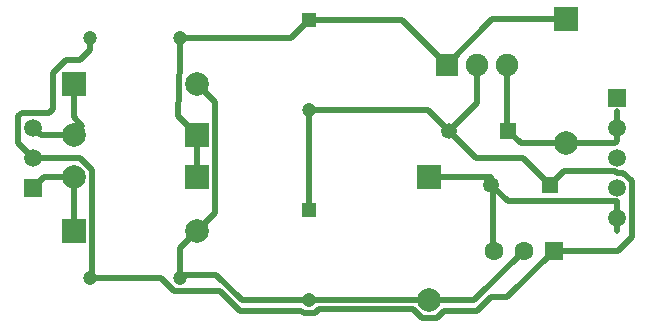
<source format=gbl>
%FSTAX23Y23*%
%MOIN*%
%SFA1B1*%

%IPPOS*%
%ADD24C,0.074803*%
%ADD25R,0.074803X0.074803*%
%ADD29C,0.078740*%
%ADD30R,0.078740X0.078740*%
%ADD31R,0.053150X0.053150*%
%ADD32C,0.053150*%
%ADD33C,0.059055*%
%ADD34R,0.059055X0.059055*%
%ADD35R,0.062992X0.062992*%
%ADD36C,0.062992*%
%ADD37R,0.078740X0.078740*%
%ADD38C,0.047244*%
%ADD39R,0.047244X0.047244*%
%ADD40C,0.019685*%
%LNps-1*%
%LPD*%
G54D24*
X0171Y-00325D03*
X0161D03*
G54D25*
X0151Y-00325D03*
G54D29*
X0145Y-0111D03*
X01905Y-00585D03*
X00264Y-007D03*
X00675Y-0088D03*
X00264Y-0056D03*
X00675Y-0039D03*
G54D30*
X0145Y-00699D03*
X01905Y-00174D03*
G54D31*
X01853Y-00725D03*
X01713Y-00545D03*
G54D32*
X01656Y-00725D03*
X01516Y-00545D03*
G54D33*
X02075Y-00835D03*
Y-00735D03*
Y-00635D03*
Y-00535D03*
X0013D03*
Y-00635D03*
G54D34*
X02075Y-00435D03*
X0013Y-00735D03*
G54D35*
X01865Y-00945D03*
G54D36*
X01765Y-00945D03*
X01665D03*
G54D37*
X00675Y-007D03*
X00264Y-0088D03*
X00675Y-0056D03*
X00264Y-0039D03*
G54D38*
X0032Y-01035D03*
X0062D03*
Y-00235D03*
X0032D03*
X0105Y-0111D03*
Y-00475D03*
G54D39*
X0105Y-0081D03*
Y-00175D03*
G54D40*
X02125Y-009D02*
Y-00735D01*
X02124Y-00734D02*
X02125Y-00735D01*
X02095Y-00685D02*
X02124Y-00714D01*
X01898Y-0068D02*
X0207D01*
X02075Y-00685D02*
X02095D01*
X0207Y-0068D02*
X02075Y-00685D01*
X02124Y-00734D02*
Y-00714D01*
X01081Y-0114D02*
X01395D01*
X01031Y-01153D02*
X01068D01*
X01081Y-0114*
X01023Y-01145D02*
X01031Y-01153D01*
X01425Y-0117D02*
X01474D01*
X01499Y-01145*
X01395Y-0114D02*
X01425Y-0117D01*
X00324Y-01035D02*
Y-00675D01*
X0161Y-01145D02*
X01655Y-011D01*
X00818Y-01145D02*
X01023D01*
X01499D02*
X0161D01*
X00753Y-0108D02*
X00818Y-01145D01*
X006Y-0108D02*
X00753D01*
X00555Y-01035D02*
X006Y-0108D01*
X00324Y-01035D02*
X00555D01*
X0008Y-00585D02*
Y-00496D01*
X00092Y-00485D02*
X00181D01*
X0008Y-00496D02*
X00092Y-00485D01*
X00181D02*
X00195Y-00471D01*
Y-00352*
X0008Y-00585D02*
X0013Y-00635D01*
X00195Y-00352D02*
X00238Y-00308D01*
X00286*
X0032Y-00275*
Y-00235*
X0062Y-00935D02*
X00675Y-0088D01*
X0062Y-01035D02*
Y-00935D01*
Y-01035D02*
X0063Y-01025D01*
X00675Y-0088D02*
X00736Y-00819D01*
X0171Y-00541D02*
X01713Y-00544D01*
X0171Y-00541D02*
Y-00325D01*
X01713Y-00545D02*
X01754Y-00585D01*
X02069*
X02075Y-0058*
X0032Y-01035D02*
X00324D01*
X01606Y-00635D02*
X01763D01*
X01853Y-00725D02*
X01898Y-0068D01*
X01763Y-00635D02*
X01853Y-00725D01*
X01663Y-00732D02*
X01711Y-0078D01*
X01663Y-00943D02*
X01665Y-00945D01*
X01662Y-0074D02*
X01663Y-00741D01*
X01662Y-00733D02*
X01663Y-00732D01*
X01656Y-00725D02*
X01663Y-00732D01*
Y-00943D02*
Y-00741D01*
X01662Y-0074D02*
Y-00733D01*
X01655Y-011D02*
X0171D01*
X016Y-0111D02*
X01765Y-00945D01*
X01449Y-0111D02*
X016D01*
X0171Y-011D02*
X01865Y-00945D01*
X00825Y-0111D02*
X0105D01*
X0063Y-01025D02*
X0074D01*
X00825Y-0111*
X0105D02*
X01449D01*
X0145Y-00699D02*
X01656D01*
X00264Y-005D02*
X00293Y-0053D01*
X01656Y-00725D02*
Y-00699D01*
X0145Y-00699D02*
X0145Y-00699D01*
X01449Y-0111D02*
X0145Y-0111D01*
X00284Y-00635D02*
X00324Y-00675D01*
X0013Y-00635D02*
X00284D01*
X01865Y-00945D02*
X0208D01*
X02125Y-009*
X01516Y-00545D02*
X01606Y-00635D01*
X01446Y-00475D02*
X01516Y-00545D01*
X0105Y-00475D02*
X01446D01*
X01516Y-00545D02*
X0161Y-00451D01*
Y-00325*
X0105Y-0081D02*
Y-00475D01*
X00675Y-007D02*
Y-0056D01*
X00612Y-00496D02*
X00675Y-0056D01*
X00612Y-00496D02*
X0062Y-00309D01*
Y-00235*
X0099*
X0105Y-00175*
X0136*
X0151Y-00325*
X0166Y-00174*
X01905*
X00736Y-00819D02*
Y-0045D01*
X00675Y-0039D02*
X00736Y-0045D01*
X01711Y-0078D02*
X02075D01*
Y-0088D02*
Y-0078D01*
X0013Y-00535D02*
X00155Y-0056D01*
X00264*
X00293Y-0053*
X00264Y-005D02*
Y-0039D01*
X0013Y-00735D02*
X00165Y-007D01*
X00264*
Y-00791D02*
Y-007D01*
Y-0088D02*
Y-00791D01*
X02075Y-0058D02*
Y-0048D01*
M02*
</source>
